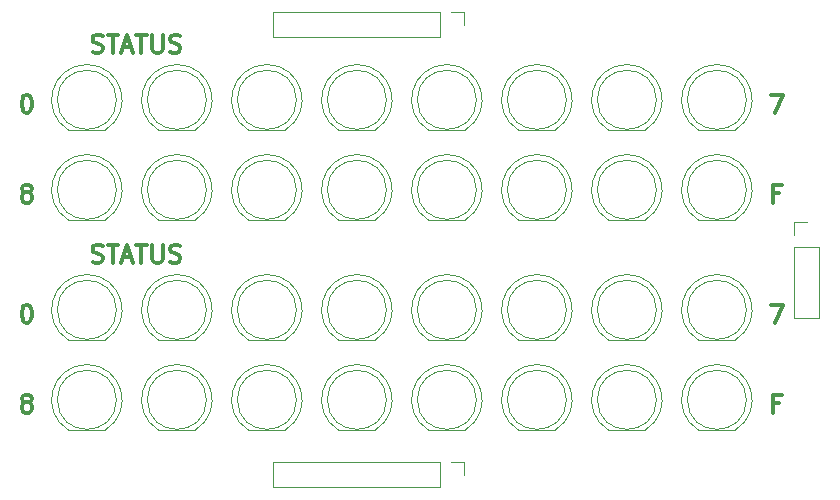
<source format=gto>
%TF.GenerationSoftware,KiCad,Pcbnew,7.0.8*%
%TF.CreationDate,2023-10-10T01:18:49-07:00*%
%TF.ProjectId,htpm_control_module_status,6874706d-5f63-46f6-9e74-726f6c5f6d6f,1*%
%TF.SameCoordinates,Original*%
%TF.FileFunction,Legend,Top*%
%TF.FilePolarity,Positive*%
%FSLAX46Y46*%
G04 Gerber Fmt 4.6, Leading zero omitted, Abs format (unit mm)*
G04 Created by KiCad (PCBNEW 7.0.8) date 2023-10-10 01:18:49*
%MOMM*%
%LPD*%
G01*
G04 APERTURE LIST*
%ADD10C,0.300000*%
%ADD11C,0.120000*%
G04 APERTURE END LIST*
D10*
X106608572Y-77040828D02*
X106751429Y-77040828D01*
X106751429Y-77040828D02*
X106894286Y-77112257D01*
X106894286Y-77112257D02*
X106965715Y-77183685D01*
X106965715Y-77183685D02*
X107037143Y-77326542D01*
X107037143Y-77326542D02*
X107108572Y-77612257D01*
X107108572Y-77612257D02*
X107108572Y-77969400D01*
X107108572Y-77969400D02*
X107037143Y-78255114D01*
X107037143Y-78255114D02*
X106965715Y-78397971D01*
X106965715Y-78397971D02*
X106894286Y-78469400D01*
X106894286Y-78469400D02*
X106751429Y-78540828D01*
X106751429Y-78540828D02*
X106608572Y-78540828D01*
X106608572Y-78540828D02*
X106465715Y-78469400D01*
X106465715Y-78469400D02*
X106394286Y-78397971D01*
X106394286Y-78397971D02*
X106322857Y-78255114D01*
X106322857Y-78255114D02*
X106251429Y-77969400D01*
X106251429Y-77969400D02*
X106251429Y-77612257D01*
X106251429Y-77612257D02*
X106322857Y-77326542D01*
X106322857Y-77326542D02*
X106394286Y-77183685D01*
X106394286Y-77183685D02*
X106465715Y-77112257D01*
X106465715Y-77112257D02*
X106608572Y-77040828D01*
X169680000Y-77040828D02*
X170680000Y-77040828D01*
X170680000Y-77040828D02*
X170037143Y-78540828D01*
X112243082Y-91169400D02*
X112457368Y-91240828D01*
X112457368Y-91240828D02*
X112814510Y-91240828D01*
X112814510Y-91240828D02*
X112957368Y-91169400D01*
X112957368Y-91169400D02*
X113028796Y-91097971D01*
X113028796Y-91097971D02*
X113100225Y-90955114D01*
X113100225Y-90955114D02*
X113100225Y-90812257D01*
X113100225Y-90812257D02*
X113028796Y-90669400D01*
X113028796Y-90669400D02*
X112957368Y-90597971D01*
X112957368Y-90597971D02*
X112814510Y-90526542D01*
X112814510Y-90526542D02*
X112528796Y-90455114D01*
X112528796Y-90455114D02*
X112385939Y-90383685D01*
X112385939Y-90383685D02*
X112314510Y-90312257D01*
X112314510Y-90312257D02*
X112243082Y-90169400D01*
X112243082Y-90169400D02*
X112243082Y-90026542D01*
X112243082Y-90026542D02*
X112314510Y-89883685D01*
X112314510Y-89883685D02*
X112385939Y-89812257D01*
X112385939Y-89812257D02*
X112528796Y-89740828D01*
X112528796Y-89740828D02*
X112885939Y-89740828D01*
X112885939Y-89740828D02*
X113100225Y-89812257D01*
X113528796Y-89740828D02*
X114385939Y-89740828D01*
X113957367Y-91240828D02*
X113957367Y-89740828D01*
X114814510Y-90812257D02*
X115528796Y-90812257D01*
X114671653Y-91240828D02*
X115171653Y-89740828D01*
X115171653Y-89740828D02*
X115671653Y-91240828D01*
X115957367Y-89740828D02*
X116814510Y-89740828D01*
X116385938Y-91240828D02*
X116385938Y-89740828D01*
X117314509Y-89740828D02*
X117314509Y-90955114D01*
X117314509Y-90955114D02*
X117385938Y-91097971D01*
X117385938Y-91097971D02*
X117457367Y-91169400D01*
X117457367Y-91169400D02*
X117600224Y-91240828D01*
X117600224Y-91240828D02*
X117885938Y-91240828D01*
X117885938Y-91240828D02*
X118028795Y-91169400D01*
X118028795Y-91169400D02*
X118100224Y-91097971D01*
X118100224Y-91097971D02*
X118171652Y-90955114D01*
X118171652Y-90955114D02*
X118171652Y-89740828D01*
X118814510Y-91169400D02*
X119028796Y-91240828D01*
X119028796Y-91240828D02*
X119385938Y-91240828D01*
X119385938Y-91240828D02*
X119528796Y-91169400D01*
X119528796Y-91169400D02*
X119600224Y-91097971D01*
X119600224Y-91097971D02*
X119671653Y-90955114D01*
X119671653Y-90955114D02*
X119671653Y-90812257D01*
X119671653Y-90812257D02*
X119600224Y-90669400D01*
X119600224Y-90669400D02*
X119528796Y-90597971D01*
X119528796Y-90597971D02*
X119385938Y-90526542D01*
X119385938Y-90526542D02*
X119100224Y-90455114D01*
X119100224Y-90455114D02*
X118957367Y-90383685D01*
X118957367Y-90383685D02*
X118885938Y-90312257D01*
X118885938Y-90312257D02*
X118814510Y-90169400D01*
X118814510Y-90169400D02*
X118814510Y-90026542D01*
X118814510Y-90026542D02*
X118885938Y-89883685D01*
X118885938Y-89883685D02*
X118957367Y-89812257D01*
X118957367Y-89812257D02*
X119100224Y-89740828D01*
X119100224Y-89740828D02*
X119457367Y-89740828D01*
X119457367Y-89740828D02*
X119671653Y-89812257D01*
X170394285Y-103155114D02*
X169894285Y-103155114D01*
X169894285Y-103940828D02*
X169894285Y-102440828D01*
X169894285Y-102440828D02*
X170608571Y-102440828D01*
X169680000Y-94820828D02*
X170680000Y-94820828D01*
X170680000Y-94820828D02*
X170037143Y-96320828D01*
X170394285Y-85375114D02*
X169894285Y-85375114D01*
X169894285Y-86160828D02*
X169894285Y-84660828D01*
X169894285Y-84660828D02*
X170608571Y-84660828D01*
X106537143Y-85303685D02*
X106394286Y-85232257D01*
X106394286Y-85232257D02*
X106322857Y-85160828D01*
X106322857Y-85160828D02*
X106251429Y-85017971D01*
X106251429Y-85017971D02*
X106251429Y-84946542D01*
X106251429Y-84946542D02*
X106322857Y-84803685D01*
X106322857Y-84803685D02*
X106394286Y-84732257D01*
X106394286Y-84732257D02*
X106537143Y-84660828D01*
X106537143Y-84660828D02*
X106822857Y-84660828D01*
X106822857Y-84660828D02*
X106965715Y-84732257D01*
X106965715Y-84732257D02*
X107037143Y-84803685D01*
X107037143Y-84803685D02*
X107108572Y-84946542D01*
X107108572Y-84946542D02*
X107108572Y-85017971D01*
X107108572Y-85017971D02*
X107037143Y-85160828D01*
X107037143Y-85160828D02*
X106965715Y-85232257D01*
X106965715Y-85232257D02*
X106822857Y-85303685D01*
X106822857Y-85303685D02*
X106537143Y-85303685D01*
X106537143Y-85303685D02*
X106394286Y-85375114D01*
X106394286Y-85375114D02*
X106322857Y-85446542D01*
X106322857Y-85446542D02*
X106251429Y-85589400D01*
X106251429Y-85589400D02*
X106251429Y-85875114D01*
X106251429Y-85875114D02*
X106322857Y-86017971D01*
X106322857Y-86017971D02*
X106394286Y-86089400D01*
X106394286Y-86089400D02*
X106537143Y-86160828D01*
X106537143Y-86160828D02*
X106822857Y-86160828D01*
X106822857Y-86160828D02*
X106965715Y-86089400D01*
X106965715Y-86089400D02*
X107037143Y-86017971D01*
X107037143Y-86017971D02*
X107108572Y-85875114D01*
X107108572Y-85875114D02*
X107108572Y-85589400D01*
X107108572Y-85589400D02*
X107037143Y-85446542D01*
X107037143Y-85446542D02*
X106965715Y-85375114D01*
X106965715Y-85375114D02*
X106822857Y-85303685D01*
X106537143Y-103083685D02*
X106394286Y-103012257D01*
X106394286Y-103012257D02*
X106322857Y-102940828D01*
X106322857Y-102940828D02*
X106251429Y-102797971D01*
X106251429Y-102797971D02*
X106251429Y-102726542D01*
X106251429Y-102726542D02*
X106322857Y-102583685D01*
X106322857Y-102583685D02*
X106394286Y-102512257D01*
X106394286Y-102512257D02*
X106537143Y-102440828D01*
X106537143Y-102440828D02*
X106822857Y-102440828D01*
X106822857Y-102440828D02*
X106965715Y-102512257D01*
X106965715Y-102512257D02*
X107037143Y-102583685D01*
X107037143Y-102583685D02*
X107108572Y-102726542D01*
X107108572Y-102726542D02*
X107108572Y-102797971D01*
X107108572Y-102797971D02*
X107037143Y-102940828D01*
X107037143Y-102940828D02*
X106965715Y-103012257D01*
X106965715Y-103012257D02*
X106822857Y-103083685D01*
X106822857Y-103083685D02*
X106537143Y-103083685D01*
X106537143Y-103083685D02*
X106394286Y-103155114D01*
X106394286Y-103155114D02*
X106322857Y-103226542D01*
X106322857Y-103226542D02*
X106251429Y-103369400D01*
X106251429Y-103369400D02*
X106251429Y-103655114D01*
X106251429Y-103655114D02*
X106322857Y-103797971D01*
X106322857Y-103797971D02*
X106394286Y-103869400D01*
X106394286Y-103869400D02*
X106537143Y-103940828D01*
X106537143Y-103940828D02*
X106822857Y-103940828D01*
X106822857Y-103940828D02*
X106965715Y-103869400D01*
X106965715Y-103869400D02*
X107037143Y-103797971D01*
X107037143Y-103797971D02*
X107108572Y-103655114D01*
X107108572Y-103655114D02*
X107108572Y-103369400D01*
X107108572Y-103369400D02*
X107037143Y-103226542D01*
X107037143Y-103226542D02*
X106965715Y-103155114D01*
X106965715Y-103155114D02*
X106822857Y-103083685D01*
X112243082Y-73389400D02*
X112457368Y-73460828D01*
X112457368Y-73460828D02*
X112814510Y-73460828D01*
X112814510Y-73460828D02*
X112957368Y-73389400D01*
X112957368Y-73389400D02*
X113028796Y-73317971D01*
X113028796Y-73317971D02*
X113100225Y-73175114D01*
X113100225Y-73175114D02*
X113100225Y-73032257D01*
X113100225Y-73032257D02*
X113028796Y-72889400D01*
X113028796Y-72889400D02*
X112957368Y-72817971D01*
X112957368Y-72817971D02*
X112814510Y-72746542D01*
X112814510Y-72746542D02*
X112528796Y-72675114D01*
X112528796Y-72675114D02*
X112385939Y-72603685D01*
X112385939Y-72603685D02*
X112314510Y-72532257D01*
X112314510Y-72532257D02*
X112243082Y-72389400D01*
X112243082Y-72389400D02*
X112243082Y-72246542D01*
X112243082Y-72246542D02*
X112314510Y-72103685D01*
X112314510Y-72103685D02*
X112385939Y-72032257D01*
X112385939Y-72032257D02*
X112528796Y-71960828D01*
X112528796Y-71960828D02*
X112885939Y-71960828D01*
X112885939Y-71960828D02*
X113100225Y-72032257D01*
X113528796Y-71960828D02*
X114385939Y-71960828D01*
X113957367Y-73460828D02*
X113957367Y-71960828D01*
X114814510Y-73032257D02*
X115528796Y-73032257D01*
X114671653Y-73460828D02*
X115171653Y-71960828D01*
X115171653Y-71960828D02*
X115671653Y-73460828D01*
X115957367Y-71960828D02*
X116814510Y-71960828D01*
X116385938Y-73460828D02*
X116385938Y-71960828D01*
X117314509Y-71960828D02*
X117314509Y-73175114D01*
X117314509Y-73175114D02*
X117385938Y-73317971D01*
X117385938Y-73317971D02*
X117457367Y-73389400D01*
X117457367Y-73389400D02*
X117600224Y-73460828D01*
X117600224Y-73460828D02*
X117885938Y-73460828D01*
X117885938Y-73460828D02*
X118028795Y-73389400D01*
X118028795Y-73389400D02*
X118100224Y-73317971D01*
X118100224Y-73317971D02*
X118171652Y-73175114D01*
X118171652Y-73175114D02*
X118171652Y-71960828D01*
X118814510Y-73389400D02*
X119028796Y-73460828D01*
X119028796Y-73460828D02*
X119385938Y-73460828D01*
X119385938Y-73460828D02*
X119528796Y-73389400D01*
X119528796Y-73389400D02*
X119600224Y-73317971D01*
X119600224Y-73317971D02*
X119671653Y-73175114D01*
X119671653Y-73175114D02*
X119671653Y-73032257D01*
X119671653Y-73032257D02*
X119600224Y-72889400D01*
X119600224Y-72889400D02*
X119528796Y-72817971D01*
X119528796Y-72817971D02*
X119385938Y-72746542D01*
X119385938Y-72746542D02*
X119100224Y-72675114D01*
X119100224Y-72675114D02*
X118957367Y-72603685D01*
X118957367Y-72603685D02*
X118885938Y-72532257D01*
X118885938Y-72532257D02*
X118814510Y-72389400D01*
X118814510Y-72389400D02*
X118814510Y-72246542D01*
X118814510Y-72246542D02*
X118885938Y-72103685D01*
X118885938Y-72103685D02*
X118957367Y-72032257D01*
X118957367Y-72032257D02*
X119100224Y-71960828D01*
X119100224Y-71960828D02*
X119457367Y-71960828D01*
X119457367Y-71960828D02*
X119671653Y-72032257D01*
X106608572Y-94820828D02*
X106751429Y-94820828D01*
X106751429Y-94820828D02*
X106894286Y-94892257D01*
X106894286Y-94892257D02*
X106965715Y-94963685D01*
X106965715Y-94963685D02*
X107037143Y-95106542D01*
X107037143Y-95106542D02*
X107108572Y-95392257D01*
X107108572Y-95392257D02*
X107108572Y-95749400D01*
X107108572Y-95749400D02*
X107037143Y-96035114D01*
X107037143Y-96035114D02*
X106965715Y-96177971D01*
X106965715Y-96177971D02*
X106894286Y-96249400D01*
X106894286Y-96249400D02*
X106751429Y-96320828D01*
X106751429Y-96320828D02*
X106608572Y-96320828D01*
X106608572Y-96320828D02*
X106465715Y-96249400D01*
X106465715Y-96249400D02*
X106394286Y-96177971D01*
X106394286Y-96177971D02*
X106322857Y-96035114D01*
X106322857Y-96035114D02*
X106251429Y-95749400D01*
X106251429Y-95749400D02*
X106251429Y-95392257D01*
X106251429Y-95392257D02*
X106322857Y-95106542D01*
X106322857Y-95106542D02*
X106394286Y-94963685D01*
X106394286Y-94963685D02*
X106465715Y-94892257D01*
X106465715Y-94892257D02*
X106608572Y-94820828D01*
D11*
%TO.C,D10*%
X117835000Y-87650000D02*
X120925000Y-87650000D01*
X119380462Y-82100001D02*
G75*
G03*
X117835170Y-87649999I-462J-2989999D01*
G01*
X120924830Y-87650000D02*
G75*
G03*
X119379538Y-82100000I-1544830J2560000D01*
G01*
X121880000Y-85090000D02*
G75*
G03*
X121880000Y-85090000I-2500000J0D01*
G01*
%TO.C,D14*%
X148315000Y-87650000D02*
X151405000Y-87650000D01*
X149860462Y-82100001D02*
G75*
G03*
X148315170Y-87649999I-462J-2989999D01*
G01*
X151404830Y-87650000D02*
G75*
G03*
X149859538Y-82100000I-1544830J2560000D01*
G01*
X152360000Y-85090000D02*
G75*
G03*
X152360000Y-85090000I-2500000J0D01*
G01*
%TO.C,D2*%
X117835000Y-80030000D02*
X120925000Y-80030000D01*
X119380462Y-74480001D02*
G75*
G03*
X117835170Y-80029999I-462J-2989999D01*
G01*
X120924830Y-80030000D02*
G75*
G03*
X119379538Y-74480000I-1544830J2560000D01*
G01*
X121880000Y-77470000D02*
G75*
G03*
X121880000Y-77470000I-2500000J0D01*
G01*
%TO.C,D30*%
X148315000Y-105430000D02*
X151405000Y-105430000D01*
X149860462Y-99880001D02*
G75*
G03*
X148315170Y-105429999I-462J-2989999D01*
G01*
X151404830Y-105430000D02*
G75*
G03*
X149859538Y-99880000I-1544830J2560000D01*
G01*
X152360000Y-102870000D02*
G75*
G03*
X152360000Y-102870000I-2500000J0D01*
G01*
%TO.C,D26*%
X117835000Y-105430000D02*
X120925000Y-105430000D01*
X119380462Y-99880001D02*
G75*
G03*
X117835170Y-105429999I-462J-2989999D01*
G01*
X120924830Y-105430000D02*
G75*
G03*
X119379538Y-99880000I-1544830J2560000D01*
G01*
X121880000Y-102870000D02*
G75*
G03*
X121880000Y-102870000I-2500000J0D01*
G01*
%TO.C,D32*%
X163555000Y-105430000D02*
X166645000Y-105430000D01*
X165100462Y-99880001D02*
G75*
G03*
X163555170Y-105429999I-462J-2989999D01*
G01*
X166644830Y-105430000D02*
G75*
G03*
X165099538Y-99880000I-1544830J2560000D01*
G01*
X167600000Y-102870000D02*
G75*
G03*
X167600000Y-102870000I-2500000J0D01*
G01*
%TO.C,J3*%
X143680000Y-108160000D02*
X143680000Y-109220000D01*
X142620000Y-108160000D02*
X143680000Y-108160000D01*
X141620000Y-108160000D02*
X127560000Y-108160000D01*
X141620000Y-108160000D02*
X141620000Y-110280000D01*
X127560000Y-108160000D02*
X127560000Y-110280000D01*
X141620000Y-110280000D02*
X127560000Y-110280000D01*
%TO.C,D20*%
X133075000Y-97810000D02*
X136165000Y-97810000D01*
X134620462Y-92260001D02*
G75*
G03*
X133075170Y-97809999I-462J-2989999D01*
G01*
X136164830Y-97810000D02*
G75*
G03*
X134619538Y-92260000I-1544830J2560000D01*
G01*
X137120000Y-95250000D02*
G75*
G03*
X137120000Y-95250000I-2500000J0D01*
G01*
%TO.C,D25*%
X110215000Y-105430000D02*
X113305000Y-105430000D01*
X111760462Y-99880001D02*
G75*
G03*
X110215170Y-105429999I-462J-2989999D01*
G01*
X113304830Y-105430000D02*
G75*
G03*
X111759538Y-99880000I-1544830J2560000D01*
G01*
X114260000Y-102870000D02*
G75*
G03*
X114260000Y-102870000I-2500000J0D01*
G01*
%TO.C,D27*%
X125455000Y-105430000D02*
X128545000Y-105430000D01*
X127000462Y-99880001D02*
G75*
G03*
X125455170Y-105429999I-462J-2989999D01*
G01*
X128544830Y-105430000D02*
G75*
G03*
X126999538Y-99880000I-1544830J2560000D01*
G01*
X129500000Y-102870000D02*
G75*
G03*
X129500000Y-102870000I-2500000J0D01*
G01*
%TO.C,J1*%
X143680000Y-70060000D02*
X143680000Y-71120000D01*
X142620000Y-70060000D02*
X143680000Y-70060000D01*
X141620000Y-70060000D02*
X127560000Y-70060000D01*
X141620000Y-70060000D02*
X141620000Y-72180000D01*
X127560000Y-70060000D02*
X127560000Y-72180000D01*
X141620000Y-72180000D02*
X127560000Y-72180000D01*
%TO.C,D9*%
X110215000Y-87650000D02*
X113305000Y-87650000D01*
X111760462Y-82100001D02*
G75*
G03*
X110215170Y-87649999I-462J-2989999D01*
G01*
X113304830Y-87650000D02*
G75*
G03*
X111759538Y-82100000I-1544830J2560000D01*
G01*
X114260000Y-85090000D02*
G75*
G03*
X114260000Y-85090000I-2500000J0D01*
G01*
%TO.C,D16*%
X163555000Y-87650000D02*
X166645000Y-87650000D01*
X165100462Y-82100001D02*
G75*
G03*
X163555170Y-87649999I-462J-2989999D01*
G01*
X166644830Y-87650000D02*
G75*
G03*
X165099538Y-82100000I-1544830J2560000D01*
G01*
X167600000Y-85090000D02*
G75*
G03*
X167600000Y-85090000I-2500000J0D01*
G01*
%TO.C,D5*%
X140695000Y-80030000D02*
X143785000Y-80030000D01*
X142240462Y-74480001D02*
G75*
G03*
X140695170Y-80029999I-462J-2989999D01*
G01*
X143784830Y-80030000D02*
G75*
G03*
X142239538Y-74480000I-1544830J2560000D01*
G01*
X144740000Y-77470000D02*
G75*
G03*
X144740000Y-77470000I-2500000J0D01*
G01*
%TO.C,D12*%
X133075000Y-87650000D02*
X136165000Y-87650000D01*
X134620462Y-82100001D02*
G75*
G03*
X133075170Y-87649999I-462J-2989999D01*
G01*
X136164830Y-87650000D02*
G75*
G03*
X134619538Y-82100000I-1544830J2560000D01*
G01*
X137120000Y-85090000D02*
G75*
G03*
X137120000Y-85090000I-2500000J0D01*
G01*
%TO.C,D23*%
X155935000Y-97810000D02*
X159025000Y-97810000D01*
X157480462Y-92260001D02*
G75*
G03*
X155935170Y-97809999I-462J-2989999D01*
G01*
X159024830Y-97810000D02*
G75*
G03*
X157479538Y-92260000I-1544830J2560000D01*
G01*
X159980000Y-95250000D02*
G75*
G03*
X159980000Y-95250000I-2500000J0D01*
G01*
%TO.C,D6*%
X148315000Y-80030000D02*
X151405000Y-80030000D01*
X149860462Y-74480001D02*
G75*
G03*
X148315170Y-80029999I-462J-2989999D01*
G01*
X151404830Y-80030000D02*
G75*
G03*
X149859538Y-74480000I-1544830J2560000D01*
G01*
X152360000Y-77470000D02*
G75*
G03*
X152360000Y-77470000I-2500000J0D01*
G01*
%TO.C,D28*%
X133075000Y-105430000D02*
X136165000Y-105430000D01*
X134620462Y-99880001D02*
G75*
G03*
X133075170Y-105429999I-462J-2989999D01*
G01*
X136164830Y-105430000D02*
G75*
G03*
X134619538Y-99880000I-1544830J2560000D01*
G01*
X137120000Y-102870000D02*
G75*
G03*
X137120000Y-102870000I-2500000J0D01*
G01*
%TO.C,D22*%
X148315000Y-97810000D02*
X151405000Y-97810000D01*
X149860462Y-92260001D02*
G75*
G03*
X148315170Y-97809999I-462J-2989999D01*
G01*
X151404830Y-97810000D02*
G75*
G03*
X149859538Y-92260000I-1544830J2560000D01*
G01*
X152360000Y-95250000D02*
G75*
G03*
X152360000Y-95250000I-2500000J0D01*
G01*
%TO.C,D24*%
X163555000Y-97810000D02*
X166645000Y-97810000D01*
X165100462Y-92260001D02*
G75*
G03*
X163555170Y-97809999I-462J-2989999D01*
G01*
X166644830Y-97810000D02*
G75*
G03*
X165099538Y-92260000I-1544830J2560000D01*
G01*
X167600000Y-95250000D02*
G75*
G03*
X167600000Y-95250000I-2500000J0D01*
G01*
%TO.C,D17*%
X110215000Y-97810000D02*
X113305000Y-97810000D01*
X111760462Y-92260001D02*
G75*
G03*
X110215170Y-97809999I-462J-2989999D01*
G01*
X113304830Y-97810000D02*
G75*
G03*
X111759538Y-92260000I-1544830J2560000D01*
G01*
X114260000Y-95250000D02*
G75*
G03*
X114260000Y-95250000I-2500000J0D01*
G01*
%TO.C,D8*%
X163555000Y-80030000D02*
X166645000Y-80030000D01*
X165100462Y-74480001D02*
G75*
G03*
X163555170Y-80029999I-462J-2989999D01*
G01*
X166644830Y-80030000D02*
G75*
G03*
X165099538Y-74480000I-1544830J2560000D01*
G01*
X167600000Y-77470000D02*
G75*
G03*
X167600000Y-77470000I-2500000J0D01*
G01*
%TO.C,D13*%
X140695000Y-87650000D02*
X143785000Y-87650000D01*
X142240462Y-82100001D02*
G75*
G03*
X140695170Y-87649999I-462J-2989999D01*
G01*
X143784830Y-87650000D02*
G75*
G03*
X142239538Y-82100000I-1544830J2560000D01*
G01*
X144740000Y-85090000D02*
G75*
G03*
X144740000Y-85090000I-2500000J0D01*
G01*
%TO.C,J2*%
X171660000Y-87840000D02*
X172720000Y-87840000D01*
X171660000Y-88900000D02*
X171660000Y-87840000D01*
X171660000Y-89900000D02*
X171660000Y-95960000D01*
X171660000Y-89900000D02*
X173780000Y-89900000D01*
X171660000Y-95960000D02*
X173780000Y-95960000D01*
X173780000Y-89900000D02*
X173780000Y-95960000D01*
%TO.C,D11*%
X125455000Y-87650000D02*
X128545000Y-87650000D01*
X127000462Y-82100001D02*
G75*
G03*
X125455170Y-87649999I-462J-2989999D01*
G01*
X128544830Y-87650000D02*
G75*
G03*
X126999538Y-82100000I-1544830J2560000D01*
G01*
X129500000Y-85090000D02*
G75*
G03*
X129500000Y-85090000I-2500000J0D01*
G01*
%TO.C,D31*%
X155935000Y-105430000D02*
X159025000Y-105430000D01*
X157480462Y-99880001D02*
G75*
G03*
X155935170Y-105429999I-462J-2989999D01*
G01*
X159024830Y-105430000D02*
G75*
G03*
X157479538Y-99880000I-1544830J2560000D01*
G01*
X159980000Y-102870000D02*
G75*
G03*
X159980000Y-102870000I-2500000J0D01*
G01*
%TO.C,D1*%
X110215000Y-80030000D02*
X113305000Y-80030000D01*
X111760462Y-74480001D02*
G75*
G03*
X110215170Y-80029999I-462J-2989999D01*
G01*
X113304830Y-80030000D02*
G75*
G03*
X111759538Y-74480000I-1544830J2560000D01*
G01*
X114260000Y-77470000D02*
G75*
G03*
X114260000Y-77470000I-2500000J0D01*
G01*
%TO.C,D4*%
X133075000Y-80030000D02*
X136165000Y-80030000D01*
X134620462Y-74480001D02*
G75*
G03*
X133075170Y-80029999I-462J-2989999D01*
G01*
X136164830Y-80030000D02*
G75*
G03*
X134619538Y-74480000I-1544830J2560000D01*
G01*
X137120000Y-77470000D02*
G75*
G03*
X137120000Y-77470000I-2500000J0D01*
G01*
%TO.C,D7*%
X155935000Y-80030000D02*
X159025000Y-80030000D01*
X157480462Y-74480001D02*
G75*
G03*
X155935170Y-80029999I-462J-2989999D01*
G01*
X159024830Y-80030000D02*
G75*
G03*
X157479538Y-74480000I-1544830J2560000D01*
G01*
X159980000Y-77470000D02*
G75*
G03*
X159980000Y-77470000I-2500000J0D01*
G01*
%TO.C,D19*%
X125455000Y-97810000D02*
X128545000Y-97810000D01*
X127000462Y-92260001D02*
G75*
G03*
X125455170Y-97809999I-462J-2989999D01*
G01*
X128544830Y-97810000D02*
G75*
G03*
X126999538Y-92260000I-1544830J2560000D01*
G01*
X129500000Y-95250000D02*
G75*
G03*
X129500000Y-95250000I-2500000J0D01*
G01*
%TO.C,D3*%
X125455000Y-80030000D02*
X128545000Y-80030000D01*
X127000462Y-74480001D02*
G75*
G03*
X125455170Y-80029999I-462J-2989999D01*
G01*
X128544830Y-80030000D02*
G75*
G03*
X126999538Y-74480000I-1544830J2560000D01*
G01*
X129500000Y-77470000D02*
G75*
G03*
X129500000Y-77470000I-2500000J0D01*
G01*
%TO.C,D15*%
X155935000Y-87650000D02*
X159025000Y-87650000D01*
X157480462Y-82100001D02*
G75*
G03*
X155935170Y-87649999I-462J-2989999D01*
G01*
X159024830Y-87650000D02*
G75*
G03*
X157479538Y-82100000I-1544830J2560000D01*
G01*
X159980000Y-85090000D02*
G75*
G03*
X159980000Y-85090000I-2500000J0D01*
G01*
%TO.C,D29*%
X140695000Y-105430000D02*
X143785000Y-105430000D01*
X142240462Y-99880001D02*
G75*
G03*
X140695170Y-105429999I-462J-2989999D01*
G01*
X143784830Y-105430000D02*
G75*
G03*
X142239538Y-99880000I-1544830J2560000D01*
G01*
X144740000Y-102870000D02*
G75*
G03*
X144740000Y-102870000I-2500000J0D01*
G01*
%TO.C,D21*%
X140695000Y-97810000D02*
X143785000Y-97810000D01*
X142240462Y-92260001D02*
G75*
G03*
X140695170Y-97809999I-462J-2989999D01*
G01*
X143784830Y-97810000D02*
G75*
G03*
X142239538Y-92260000I-1544830J2560000D01*
G01*
X144740000Y-95250000D02*
G75*
G03*
X144740000Y-95250000I-2500000J0D01*
G01*
%TO.C,D18*%
X117835000Y-97810000D02*
X120925000Y-97810000D01*
X119380462Y-92260001D02*
G75*
G03*
X117835170Y-97809999I-462J-2989999D01*
G01*
X120924830Y-97810000D02*
G75*
G03*
X119379538Y-92260000I-1544830J2560000D01*
G01*
X121880000Y-95250000D02*
G75*
G03*
X121880000Y-95250000I-2500000J0D01*
G01*
%TD*%
M02*

</source>
